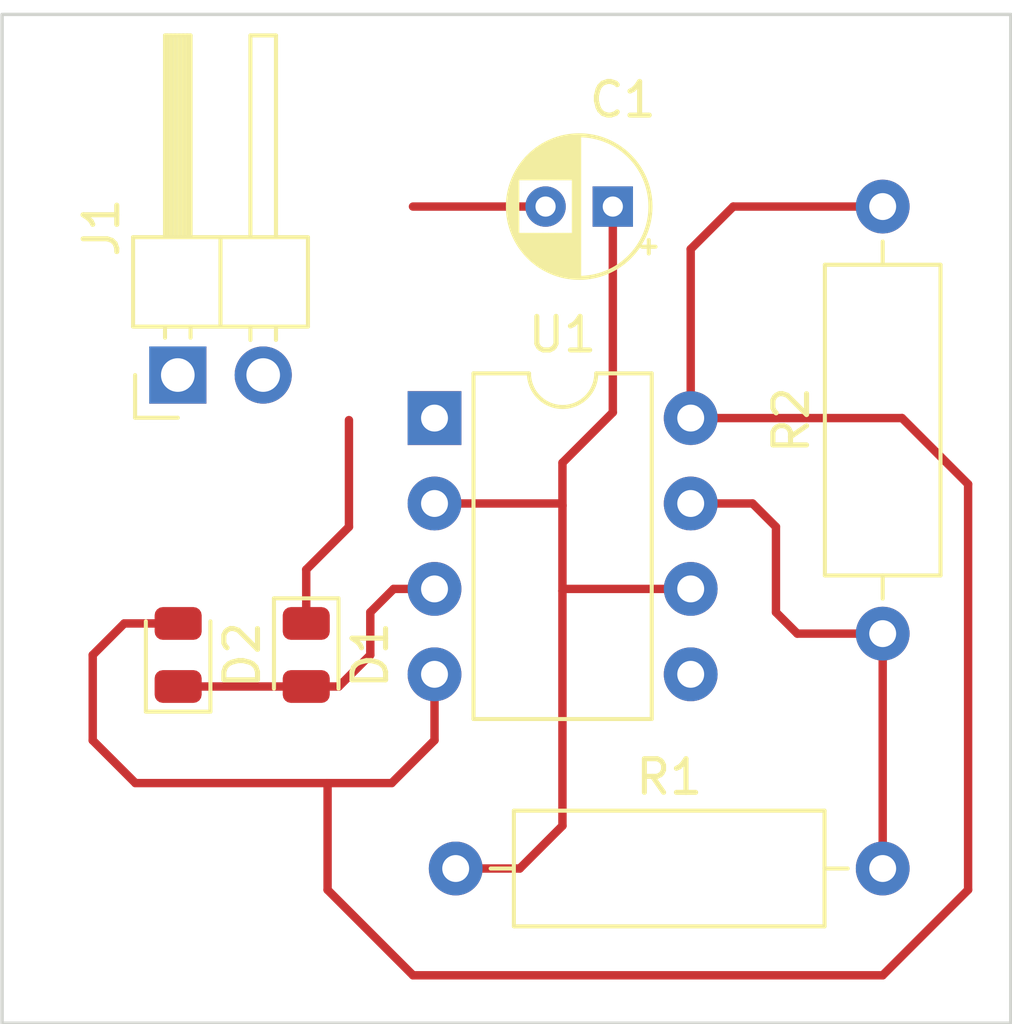
<source format=kicad_pcb>
(kicad_pcb (version 20211014) (generator pcbnew)
  (layers (0 "F.Cu" signal) (31 "B.Cu" signal) (34 "B.Paste" user) (35 "F.Paste" user) (36 "B.SilkS" user "B.Silkscreen") (37 "F.SilkS" user "F.Silkscreen") (38 "B.Mask" user) (39 "F.Mask" user) (44 "Edge.Cuts" user))
  (net 0 "")
  (net 1 "Net-(C1-Pad1)")
  (net 2 "GND")
  (net 3 "Net-(D1-Pad2)")
  (net 4 "Net-(D2-Pad2)")
  (net 5 "Net-(R1-Pad2)")
  (footprint "Connector_PinHeader_2.54mm:PinHeader_1x02_P2.54mm_Horizontal" (layer "F.Cu") (at 132.705 88.195 90)
    (fp_text reference "J1" (at 4.385 -2.27 90) (layer "F.SilkS"))
    (fp_text value "Conn_01x02_Male")
    (fp_line (start 4.1 0.04) (end 10.1 0.04) (layer "F.SilkS") (width 0.12))
    (fp_line (start -1.27 -1.27) (end 0 -1.27) (layer "F.SilkS") (width 0.12))
    (fp_line (start 10.1 0.38) (end 4.1 0.38) (layer "F.SilkS") (width 0.12))
    (fp_line (start 1.44 1.27) (end 4.1 1.27) (layer "F.SilkS") (width 0.12))
    (fp_line (start 4.1 2.16) (end 10.1 2.16) (layer "F.SilkS") (width 0.12))
    (fp_line (start 10.1 2.92) (end 4.1 2.92) (layer "F.SilkS") (width 0.12))
    (fp_line (start 4.1 -0.2) (end 10.1 -0.2) (layer "F.SilkS") (width 0.12))
    (fp_line (start 1.042929 2.92) (end 1.44 2.92) (layer "F.SilkS") (width 0.12))
    (fp_line (start 1.44 -1.33) (end 1.44 3.87) (layer "F.SilkS") (width 0.12))
    (fp_line (start 1.11 -0.38) (end 1.44 -0.38) (layer "F.SilkS") (width 0.12))
    (fp_line (start 10.1 -0.38) (end 10.1 0.38) (layer "F.SilkS") (width 0.12))
    (fp_line (start 4.1 0.16) (end 10.1 0.16) (layer "F.SilkS") (width 0.12))
    (fp_line (start 4.1 -0.08) (end 10.1 -0.08) (layer "F.SilkS") (width 0.12))
    (fp_line (start 4.1 -1.33) (end 1.44 -1.33) (layer "F.SilkS") (width 0.12))
    (fp_line (start -1.27 0) (end -1.27 -1.27) (layer "F.SilkS") (width 0.12))
    (fp_line (start 4.1 -0.32) (end 10.1 -0.32) (layer "F.SilkS") (width 0.12))
    (fp_line (start 10.1 2.16) (end 10.1 2.92) (layer "F.SilkS") (width 0.12))
    (fp_line (start 4.1 3.87) (end 4.1 -1.33) (layer "F.SilkS") (width 0.12))
    (fp_line (start 1.042929 2.16) (end 1.44 2.16) (layer "F.SilkS") (width 0.12))
    (fp_line (start 1.11 0.38) (end 1.44 0.38) (layer "F.SilkS") (width 0.12))
    (fp_line (start 1.44 3.87) (end 4.1 3.87) (layer "F.SilkS") (width 0.12))
    (fp_line (start 4.1 -0.38) (end 10.1 -0.38) (layer "F.SilkS") (width 0.12))
    (fp_line (start 4.1 0.28) (end 10.1 0.28) (layer "F.SilkS") (width 0.12))
    (pad "1" thru_hole rect (at 0 0 90) (size 1.7 1.7) (drill 1) (layers *.Cu *.Mask) (net 2 "GND"))
    (pad "2" thru_hole oval (at 0 2.54 90) (size 1.7 1.7) (drill 1) (layers *.Cu *.Mask) (net 4 "Net-(D2-Pad2)"))
  )
  (footprint "Package_DIP:DIP-8_W7.62mm" (layer "F.Cu") (at 140.34 89.475)
    (fp_text reference "U1" (at 3.805 -2.48) (layer "F.SilkS"))
    (fp_text value "NE555P")
    (fp_line (start 6.46 8.95) (end 6.46 -1.33) (layer "F.SilkS") (width 0.12))
    (fp_line (start 1.16 8.95) (end 6.46 8.95) (layer "F.SilkS") (width 0.12))
    (fp_line (start 6.46 -1.33) (end 4.81 -1.33) (layer "F.SilkS") (width 0.12))
    (fp_line (start 2.81 -1.33) (end 1.16 -1.33) (layer "F.SilkS") (width 0.12))
    (fp_line (start 1.16 -1.33) (end 1.16 8.95) (layer "F.SilkS") (width 0.12))
    (fp_arc (start 4.81 -1.33) (mid 3.81 -0.33) (end 2.81 -1.33) (layer "F.SilkS") (width 0.12))
    (pad "1" thru_hole rect (at 0 0) (size 1.6 1.6) (drill 0.8) (layers *.Cu *.Mask) (net 2 "GND"))
    (pad "2" thru_hole oval (at 0 2.54) (size 1.6 1.6) (drill 0.8) (layers *.Cu *.Mask) (net 1 "Net-(C1-Pad1)"))
    (pad "3" thru_hole oval (at 0 5.08) (size 1.6 1.6) (drill 0.8) (layers *.Cu *.Mask) (net 3 "Net-(D1-Pad2)"))
    (pad "4" thru_hole oval (at 0 7.62) (size 1.6 1.6) (drill 0.8) (layers *.Cu *.Mask) (net 4 "Net-(D2-Pad2)"))
    (pad "5" thru_hole oval (at 7.62 7.62) (size 1.6 1.6) (drill 0.8) (layers *.Cu *.Mask))
    (pad "6" thru_hole oval (at 7.62 5.08) (size 1.6 1.6) (drill 0.8) (layers *.Cu *.Mask) (net 1 "Net-(C1-Pad1)"))
    (pad "7" thru_hole oval (at 7.62 2.54) (size 1.6 1.6) (drill 0.8) (layers *.Cu *.Mask) (net 5 "Net-(R1-Pad2)"))
    (pad "8" thru_hole oval (at 7.62 0) (size 1.6 1.6) (drill 0.8) (layers *.Cu *.Mask) (net 4 "Net-(D2-Pad2)"))
  )
  (footprint "Resistor_THT:R_Axial_DIN0309_L9.0mm_D3.2mm_P12.70mm_Horizontal" (layer "F.Cu") (at 140.97 102.87)
    (fp_text reference "R1" (at 6.35 -2.72) (layer "F.SilkS"))
    (fp_text value "22k")
    (fp_line (start 1.73 1.72) (end 10.97 1.72) (layer "F.SilkS") (width 0.12))
    (fp_line (start 11.66 0) (end 10.97 0) (layer "F.SilkS") (width 0.12))
    (fp_line (start 10.97 -1.72) (end 1.73 -1.72) (layer "F.SilkS") (width 0.12))
    (fp_line (start 1.73 -1.72) (end 1.73 1.72) (layer "F.SilkS") (width 0.12))
    (fp_line (start 1.04 0) (end 1.73 0) (layer "F.SilkS") (width 0.12))
    (fp_line (start 10.97 1.72) (end 10.97 -1.72) (layer "F.SilkS") (width 0.12))
    (pad "1" thru_hole circle (at 0 0) (size 1.6 1.6) (drill 0.8) (layers *.Cu *.Mask) (net 1 "Net-(C1-Pad1)"))
    (pad "2" thru_hole oval (at 12.7 0) (size 1.6 1.6) (drill 0.8) (layers *.Cu *.Mask) (net 5 "Net-(R1-Pad2)"))
  )
  (footprint "Diode_SMD:D_0805_2012Metric" (layer "F.Cu") (at 132.715 96.52 90)
    (fp_text reference "D2" (at 0 1.905 90) (layer "F.SilkS"))
    (fp_text value "CD4148W")
    (fp_line (start 1 -0.96) (end -1.685 -0.96) (layer "F.SilkS") (width 0.12))
    (fp_line (start -1.685 -0.96) (end -1.685 0.96) (layer "F.SilkS") (width 0.12))
    (fp_line (start -1.685 0.96) (end 1 0.96) (layer "F.SilkS") (width 0.12))
    (pad "1" smd roundrect (at -0.9375 0 90) (size 0.975 1.4) (layers "F.Cu" "F.Paste" "F.Mask") (net 3 "Net-(D1-Pad2)"))
    (pad "2" smd roundrect (at 0.9375 0 90) (size 0.975 1.4) (layers "F.Cu" "F.Paste" "F.Mask") (net 4 "Net-(D2-Pad2)"))
  )
  (footprint "Diode_SMD:D_0805_2012Metric" (layer "F.Cu") (at 136.525 96.52 -90)
    (fp_text reference "D1" (at 0 -1.905 90) (layer "F.SilkS"))
    (fp_text value "CD4148W")
    (fp_line (start -1.685 -0.96) (end -1.685 0.96) (layer "F.SilkS") (width 0.12))
    (fp_line (start -1.685 0.96) (end 1 0.96) (layer "F.SilkS") (width 0.12))
    (fp_line (start 1 -0.96) (end -1.685 -0.96) (layer "F.SilkS") (width 0.12))
    (pad "1" smd roundrect (at -0.9375 0 270) (size 0.975 1.4) (layers "F.Cu" "F.Paste" "F.Mask") (net 2 "GND"))
    (pad "2" smd roundrect (at 0.9375 0 270) (size 0.975 1.4) (layers "F.Cu" "F.Paste" "F.Mask") (net 3 "Net-(D1-Pad2)"))
  )
  (footprint "Capacitor_THT:CP_Radial_D4.0mm_P2.00mm" (layer "F.Cu") (at 145.643 83.185 180)
    (fp_text reference "C1" (at -0.2974 3.175) (layer "F.SilkS"))
    (fp_text value "10uF")
    (fp_line (start 2.921 -0.859) (end 2.921 0.859) (layer "F.SilkS") (width 0.12))
    (fp_line (start 3.041 -0.537) (end 3.041 0.537) (layer "F.SilkS") (width 0.12))
    (fp_line (start 1.921 -1.87) (end 1.921 -0.84) (layer "F.SilkS") (width 0.12))
    (fp_line (start 1.44 0.84) (end 1.44 2.034) (layer "F.SilkS") (width 0.12))
    (fp_line (start 1.52 0.84) (end 1.52 2.016) (layer "F.SilkS") (width 0.12))
    (fp_line (start 1.4 0.84) (end 1.4 2.042) (layer "F.SilkS") (width 0.12))
    (fp_line (start 1 -2.08) (end 1 2.08) (layer "F.SilkS") (width 0.12))
    (fp_line (start 1.2 -2.071) (end 1.2 -0.84) (layer "F.SilkS") (width 0.12))
    (fp_line (start 2.281 0.84) (end 2.281 1.65) (layer "F.SilkS") (width 0.12))
    (fp_line (start 2.441 0.84) (end 2.441 1.516) (layer "F.SilkS") (width 0.12))
    (fp_line (start 2.761 -1.142) (end 2.761 -0.84) (layer "F.SilkS") (width 0.12))
    (fp_line (start 2.361 0.84) (end 2.361 1.587) (layer "F.SilkS") (width 0.12))
    (fp_line (start 2.121 -1.76) (end 2.121 -0.84) (layer "F.SilkS") (width 0.12))
    (fp_line (start 2.201 0.84) (end 2.201 1.708) (layer "F.SilkS") (width 0.12))
    (fp_line (start 1.64 0.84) (end 1.64 1.982) (layer "F.SilkS") (width 0.12))
    (fp_line (start 1.36 -2.05) (end 1.36 -0.84) (layer "F.SilkS") (width 0.12))
    (fp_line (start 2.561 -1.396) (end 2.561 -0.84) (layer "F.SilkS") (width 0.12))
    (fp_line (start 2.401 0.84) (end 2.401 1.552) (layer "F.SilkS") (width 0.12))
    (fp_line (start 1.961 0.84) (end 1.961 1.851) (layer "F.SilkS") (width 0.12))
    (fp_line (start 1.4 -2.042) (end 1.4 -0.84) (layer "F.SilkS") (width 0.12))
    (fp_line (start 1.16 -2.074) (end 1.16 2.074) (layer "F.SilkS") (width 0.12))
    (fp_line (start 3.001 -0.664) (end 3.001 0.664) (layer "F.SilkS") (width 0.12))
    (fp_line (start 2.081 0.84) (end 2.081 1.785) (layer "F.SilkS") (width 0.12))
    (fp_line (start 1.721 0.84) (end 1.721 1.954) (layer "F.SilkS") (width 0.12))
    (fp_line (start 1.36 0.84) (end 1.36 2.05) (layer "F.SilkS") (width 0.12))
    (fp_line (start 1.68 0.84) (end 1.68 1.968) (layer "F.SilkS") (width 0.12))
    (fp_line (start 2.041 0.84) (end 2.041 1.808) (layer "F.SilkS") (width 0.12))
    (fp_line (start 1.48 0.84) (end 1.48 2.025) (layer "F.SilkS") (width 0.12))
    (fp_line (start 1.48 -2.025) (end 1.48 -0.84) (layer "F.SilkS") (width 0.12))
    (fp_line (start 2.601 -1.351) (end 2.601 -0.84) (layer "F.SilkS") (width 0.12))
    (fp_line (start 1.24 -2.067) (end 1.24 -0.84) (layer "F.SilkS") (width 0.12))
    (fp_line (start 1.32 0.84) (end 1.32 2.056) (layer "F.SilkS") (width 0.12))
    (fp_line (start 2.841 -1.013) (end 2.841 1.013) (layer "F.SilkS") (width 0.12))
    (fp_line (start 1.28 0.84) (end 1.28 2.062) (layer "F.SilkS") (width 0.12))
    (fp_line (start 1.881 -1.889) (end 1.881 -0.84) (layer "F.SilkS") (width 0.12))
    (fp_line (start 1.841 -1.907) (end 1.841 -0.84) (layer "F.SilkS") (width 0.12))
    (fp_line (start 2.761 0.84) (end 2.761 1.142) (layer "F.SilkS") (width 0.12))
    (fp_line (start 2.721 -1.2) (end 2.721 -0.84) (layer "F.SilkS") (width 0.12))
    (fp_line (start 2.481 0.84) (end 2.481 1.478) (layer "F.SilkS") (width 0.12))
    (fp_line (start 2.321 0.84) (end 2.321 1.619) (layer "F.SilkS") (width 0.12))
    (fp_line (start -1.069801 -1.395) (end -1.069801 -0.995) (layer "F.SilkS") (width 0.12))
    (fp_line (start 1.761 0.84) (end 1.761 1.94) (layer "F.SilkS") (width 0.12))
    (fp_line (start 3.081 -0.37) (end 3.081 0.37) (layer "F.SilkS") (width 0.12))
    (fp_line (start 2.401 -1.552) (end 2.401 -0.84) (layer "F.SilkS") (width 0.12))
    (fp_line (start 1.56 0.84) (end 1.56 2.005) (layer "F.SilkS") (width 0.12))
    (fp_line (start 1.56 -2.005) (end 1.56 -0.84) (layer "F.SilkS") (width 0.12))
    (fp_line (start 1.881 0.84) (end 1.881 1.889) (layer "F.SilkS") (width 0.12))
    (fp_line (start 1.921 0.84) (end 1.921 1.87) (layer "F.SilkS") (width 0.12))
    (fp_line (start 1.6 -1.994) (end 1.6 -0.84) (layer "F.SilkS") (width 0.12))
    (fp_line (start 1.721 -1.954) (end 1.721 -0.84) (layer "F.SilkS") (width 0.12))
    (fp_line (start 1.6 0.84) (end 1.6 1.994) (layer "F.SilkS") (width 0.12))
    (fp_line (start 1.52 -2.016) (end 1.52 -0.84) (layer "F.SilkS") (width 0.12))
    (fp_line (start 1.801 -1.924) (end 1.801 -0.84) (layer "F.SilkS") (width 0.12))
    (fp_line (start 2.681 -1.254) (end 2.681 -0.84) (layer "F.SilkS") (width 0.12))
    (fp_line (start 1.961 -1.851) (end 1.961 -0.84) (layer "F.SilkS") (width 0.12))
    (fp_line (start 2.521 0.84) (end 2.521 1.438) (layer "F.SilkS") (width 0.12))
    (fp_line (start 2.481 -1.478) (end 2.481 -0.84) (layer "F.SilkS") (width 0.12))
    (fp_line (start 1.28 -2.062) (end 1.28 -0.84) (layer "F.SilkS") (width 0.12))
    (fp_line (start -1.269801 -1.195) (end -0.869801 -1.195) (layer "F.SilkS") (width 0.12))
    (fp_line (start 1.04 -2.08) (end 1.04 2.08) (layer "F.SilkS") (width 0.12))
    (fp_line (start 2.601 0.84) (end 2.601 1.351) (layer "F.SilkS") (width 0.12))
    (fp_line (start 2.441 -1.516) (end 2.441 -0.84) (layer "F.SilkS") (width 0.12))
    (fp_line (start 1.801 0.84) (end 1.801 1.924) (layer "F.SilkS") (width 0.12))
    (fp_line (start 2.001 0.84) (end 2.001 1.83) (layer "F.SilkS") (width 0.12))
    (fp_line (start 2.681 0.84) (end 2.681 1.254) (layer "F.SilkS") (width 0.12))
    (fp_line (start 1.32 -2.056) (end 1.32 -0.84) (layer "F.SilkS") (width 0.12))
    (fp_line (start 2.961 -0.768) (end 2.961 0.768) (layer "F.SilkS") (width 0.12))
    (fp_line (start 1.2 0.84) (end 1.2 2.071) (layer "F.SilkS") (width 0.12))
    (fp_line (start 2.641 0.84) (end 2.641 1.304) (layer "F.SilkS") (width 0.12))
    (fp_line (start 2.161 -1.735) (end 2.161 -0.84) (layer "F.SilkS") (width 0.12))
    (fp_line (start 2.561 0.84) (end 2.561 1.396) (layer "F.SilkS") (width 0.12))
    (fp_line (start 2.721 0.84) (end 2.721 1.2) (layer "F.SilkS") (width 0.12))
    (fp_line (start 2.641 -1.304) (end 2.641 -0.84) (layer "F.SilkS") (width 0.12))
    (fp_line (start 1.68 -1.968) (end 1.68 -0.84) (layer "F.SilkS") (width 0.12))
    (fp_line (start 2.801 -1.08) (end 2.801 -0.84) (layer "F.SilkS") (width 0.12))
    (fp_line (start 2.801 0.84) (end 2.801 1.08) (layer "F.SilkS") (width 0.12))
    (fp_line (start 2.281 -1.65) (end 2.281 -0.84) (layer "F.SilkS") (width 0.12))
    (fp_line (start 2.121 0.84) (end 2.121 1.76) (layer "F.SilkS") (width 0.12))
    (fp_line (start 1.24 0.84) (end 1.24 2.067) (layer "F.SilkS") (width 0.12))
    (fp_line (start 2.521 -1.438) (end 2.521 -0.84) (layer "F.SilkS") (width 0.12))
    (fp_line (start 2.321 -1.619) (end 2.321 -0.84) (layer "F.SilkS") (width 0.12))
    (fp_line (start 2.361 -1.587) (end 2.361 -0.84) (layer "F.SilkS") (width 0.12))
    (fp_line (start 1.841 0.84) (end 1.841 1.907) (layer "F.SilkS") (width 0.12))
    (fp_line (start 2.241 -1.68) (end 2.241 -0.84) (layer "F.SilkS") (width 0.12))
    (fp_line (start 2.161 0.84) (end 2.161 1.735) (layer "F.SilkS") (width 0.12))
    (fp_line (start 2.241 0.84) (end 2.241 1.68) (layer "F.SilkS") (width 0.12))
    (fp_line (start 1.44 -2.034) (end 1.44 -0.84) (layer "F.SilkS") (width 0.12))
    (fp_line (start 1.08 -2.079) (end 1.08 2.079) (layer "F.SilkS") (width 0.12))
    (fp_line (start 1.12 -2.077) (end 1.12 2.077) (layer "F.SilkS") (width 0.12))
    (fp_line (start 1.761 -1.94) (end 1.761 -0.84) (layer "F.SilkS") (width 0.12))
    (fp_line (start 2.201 -1.708) (end 2.201 -0.84) (layer "F.SilkS") (width 0.12))
    (fp_line (start 2.081 -1.785) (end 2.081 -0.84) (layer "F.SilkS") (width 0.12))
    (fp_line (start 2.041 -1.808) (end 2.041 -0.84) (layer "F.SilkS") (width 0.12))
    (fp_line (start 1.64 -1.982) (end 1.64 -0.84) (layer "F.SilkS") (width 0.12))
    (fp_line (start 2.001 -1.83) (end 2.001 -0.84) (layer "F.SilkS") (width 0.12))
    (fp_line (start 2.881 -0.94) (end 2.881 0.94) (layer "F.SilkS") (width 0.12))
    (fp_circle (center 1 0) (end 3.12 0) (layer "F.SilkS") (width 0.12) (fill none))
    (pad "1" thru_hole rect (at 0 0 180) (size 1.2 1.2) (drill 0.6) (layers *.Cu *.Mask) (net 1 "Net-(C1-Pad1)"))
    (pad "2" thru_hole circle (at 2 0 180) (size 1.2 1.2) (drill 0.6) (layers *.Cu *.Mask) (net 2 "GND"))
  )
  (footprint "Resistor_THT:R_Axial_DIN0309_L9.0mm_D3.2mm_P12.70mm_Horizontal" (layer "F.Cu") (at 153.67 95.885 90)
    (fp_text reference "R2" (at 6.35 -2.72 90) (layer "F.SilkS"))
    (fp_text value "100k")
    (fp_line (start 1.73 1.72) (end 10.97 1.72) (layer "F.SilkS") (width 0.12))
    (fp_line (start 11.66 0) (end 10.97 0) (layer "F.SilkS") (width 0.12))
    (fp_line (start 1.04 0) (end 1.73 0) (layer "F.SilkS") (width 0.12))
    (fp_line (start 10.97 1.72) (end 10.97 -1.72) (layer "F.SilkS") (width 0.12))
    (fp_line (start 1.73 -1.72) (end 1.73 1.72) (layer "F.SilkS") (width 0.12))
    (fp_line (start 10.97 -1.72) (end 1.73 -1.72) (layer "F.SilkS") (width 0.12))
    (pad "1" thru_hole circle (at 0 0 90) (size 1.6 1.6) (drill 0.8) (layers *.Cu *.Mask) (net 5 "Net-(R1-Pad2)"))
    (pad "2" thru_hole oval (at 12.7 0 90) (size 1.6 1.6) (drill 0.8) (layers *.Cu *.Mask) (net 4 "Net-(D2-Pad2)"))
  )
  (gr_rect (start 127.48 77.47) (end 157.48 107.47) (layer "Edge.Cuts") (width 0.1) (fill none))
  (segment (start 140.97 102.87) (end 142.875 102.87) (width 0.25) (layer "F.Cu") (net 1))
  (segment (start 142.875 102.87) (end 144.145 101.6) (width 0.25) (layer "F.Cu") (net 1))
  (segment (start 144.205 94.555) (end 147.96 94.555) (width 0.25) (layer "F.Cu") (net 1))
  (segment (start 144.145 101.6) (end 144.145 94.615) (width 0.25) (layer "F.Cu") (net 1))
  (segment (start 144.145 92.075) (end 144.145 94.615) (width 0.25) (layer "F.Cu") (net 1))
  (segment (start 144.145 94.615) (end 144.205 94.555) (width 0.25) (layer "F.Cu") (net 1))
  (segment (start 145.643 83.185) (end 145.643 89.307) (width 0.25) (layer "F.Cu") (net 1))
  (segment (start 140.34 92.015) (end 144.085 92.015) (width 0.25) (layer "F.Cu") (net 1))
  (segment (start 144.085 92.015) (end 144.145 92.075) (width 0.25) (layer "F.Cu") (net 1))
  (segment (start 145.643 89.307) (end 144.145 90.805) (width 0.25) (layer "F.Cu") (net 1))
  (segment (start 144.145 90.805) (end 144.145 92.075) (width 0.25) (layer "F.Cu") (net 1))
  (segment (start 143.643 83.185) (end 139.7 83.185) (width 0.25) (layer "F.Cu") (net 2))
  (segment (start 137.795 89.535) (end 137.795 92.71) (width 0.25) (layer "F.Cu") (net 2))
  (segment (start 136.525 95.5825) (end 136.525 93.98) (width 0.25) (layer "F.Cu") (net 2))
  (segment (start 136.525 93.98) (end 137.795 92.71) (width 0.25) (layer "F.Cu") (net 2))
  (segment (start 138.43 95.25) (end 139.125 94.555) (width 0.25) (layer "F.Cu") (net 3))
  (segment (start 132.715 97.4575) (end 136.525 97.4575) (width 0.25) (layer "F.Cu") (net 3))
  (segment (start 139.125 94.555) (end 140.34 94.555) (width 0.25) (layer "F.Cu") (net 3))
  (segment (start 136.525 97.4575) (end 137.4925 97.4575) (width 0.25) (layer "F.Cu") (net 3))
  (segment (start 138.43 96.52) (end 138.43 95.25) (width 0.25) (layer "F.Cu") (net 3))
  (segment (start 137.4925 97.4575) (end 138.43 96.52) (width 0.25) (layer "F.Cu") (net 3))
  (segment (start 153.67 106.045) (end 139.7 106.045) (width 0.25) (layer "F.Cu") (net 4))
  (segment (start 139.7 106.045) (end 137.16 103.505) (width 0.25) (layer "F.Cu") (net 4))
  (segment (start 156.21 91.44) (end 156.21 103.505) (width 0.25) (layer "F.Cu") (net 4))
  (segment (start 130.175 96.52) (end 131.1125 95.5825) (width 0.25) (layer "F.Cu") (net 4))
  (segment (start 137.16 103.505) (end 137.16 100.33) (width 0.25) (layer "F.Cu") (net 4))
  (segment (start 154.245 89.475) (end 156.21 91.44) (width 0.25) (layer "F.Cu") (net 4))
  (segment (start 137.16 100.33) (end 131.445 100.33) (width 0.25) (layer "F.Cu") (net 4))
  (segment (start 140.34 99.055) (end 139.065 100.33) (width 0.25) (layer "F.Cu") (net 4))
  (segment (start 149.225 83.185) (end 153.67 83.185) (width 0.25) (layer "F.Cu") (net 4))
  (segment (start 130.175 99.06) (end 130.175 96.52) (width 0.25) (layer "F.Cu") (net 4))
  (segment (start 147.96 89.475) (end 154.245 89.475) (width 0.25) (layer "F.Cu") (net 4))
  (segment (start 131.1125 95.5825) (end 132.715 95.5825) (width 0.25) (layer "F.Cu") (net 4))
  (segment (start 147.96 84.45) (end 149.225 83.185) (width 0.25) (layer "F.Cu") (net 4))
  (segment (start 147.96 89.475) (end 147.96 84.45) (width 0.25) (layer "F.Cu") (net 4))
  (segment (start 140.34 97.095) (end 140.34 99.055) (width 0.25) (layer "F.Cu") (net 4))
  (segment (start 139.065 100.33) (end 137.16 100.33) (width 0.25) (layer "F.Cu") (net 4))
  (segment (start 156.21 103.505) (end 153.67 106.045) (width 0.25) (layer "F.Cu") (net 4))
  (segment (start 131.445 100.33) (end 130.175 99.06) (width 0.25) (layer "F.Cu") (net 4))
  (segment (start 132.715 95.5825) (end 132.705 95.5725) (width 0.25) (layer "F.Cu") (net 4))
  (segment (start 147.96 92.015) (end 149.8 92.015) (width 0.25) (layer "F.Cu") (net 5))
  (segment (start 150.495 95.25) (end 151.13 95.885) (width 0.25) (layer "F.Cu") (net 5))
  (segment (start 153.67 95.885) (end 153.67 102.87) (width 0.25) (layer "F.Cu") (net 5))
  (segment (start 151.13 95.885) (end 153.67 95.885) (width 0.25) (layer "F.Cu") (net 5))
  (segment (start 150.495 92.71) (end 150.495 95.25) (width 0.25) (layer "F.Cu") (net 5))
  (segment (start 149.8 92.015) (end 150.495 92.71) (width 0.25) (layer "F.Cu") (net 5))
)
</source>
